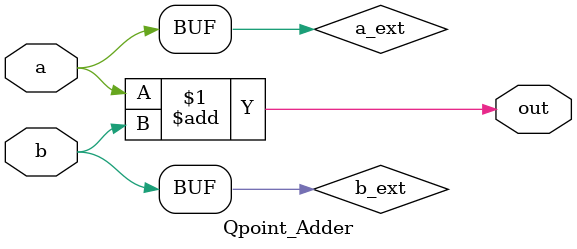
<source format=v>
`timescale 1ns / 1ps


module Qpoint_Adder(out, a,b);
    
    parameter OUT_WIDTH= 1;
    parameter INP_WIDTH= 1;
    input signed [INP_WIDTH-1:0] a; // [n,q]
    input signed [INP_WIDTH-1:0] b; // [p,q]
    output signed [OUT_WIDTH-1:0] out; // [max(n+p)+1,q]
    wire signed [OUT_WIDTH-1:0] a_ext = {a[INP_WIDTH-1],a};
    wire signed [OUT_WIDTH-1:0] b_ext = {b[INP_WIDTH-1],b};
    assign out = a_ext + b_ext;
    
endmodule

</source>
